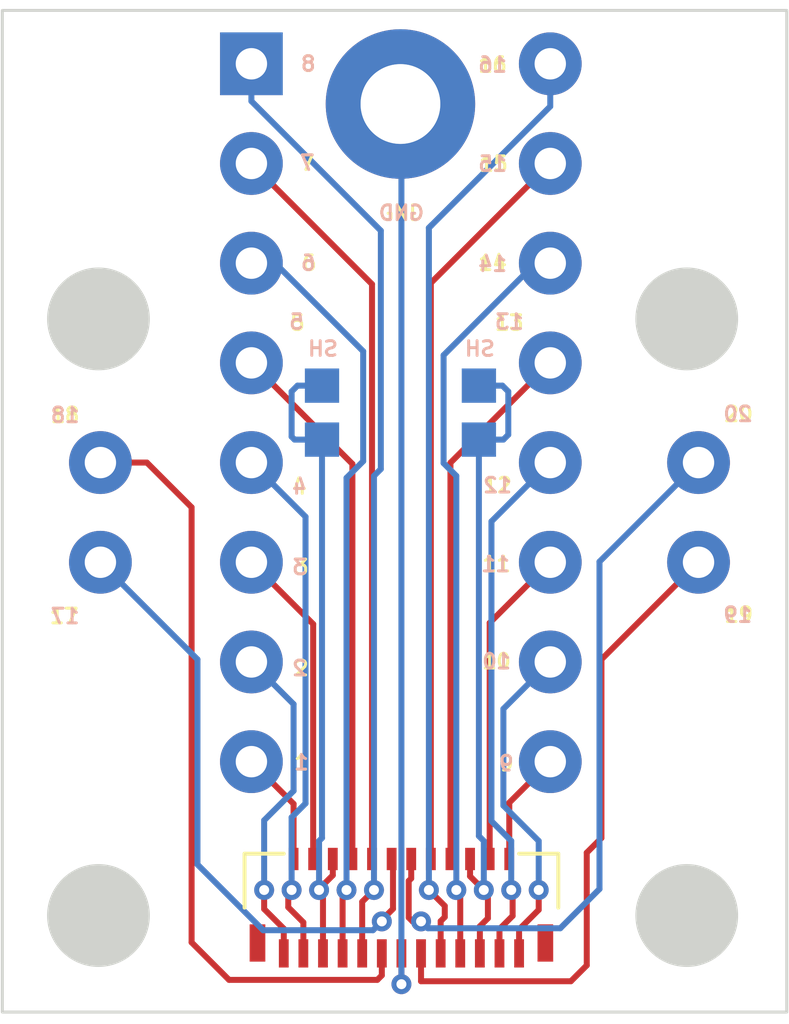
<source format=kicad_pcb>
(kicad_pcb (version 20211014) (generator pcbnew)
  (title_block (comment 1 "Board keepout approximately 18mil") (comment 2 "Board width approximately .4in") (comment 3 "Board length approximately 1.0047in"))
  (layers (0 "F.Cu" signal) (31 "B.Cu" signal) (34 "B.Paste" user) (35 "F.Paste" user) (36 "B.SilkS" user "B.Silkscreen") (37 "F.SilkS" user "F.Silkscreen") (38 "B.Mask" user) (39 "F.Mask" user) (44 "Edge.Cuts" user))
  (net 0 "")
  (net 1 "Net-(U1-Pad1)")
  (net 2 "Net-(U1-Pad2)")
  (net 3 "3")
  (net 4 "Net-(U1-Pad4)")
  (net 5 "5")
  (net 6 "Net-(U1-Pad6)")
  (net 7 "7")
  (net 8 "Net-(U1-Pad8)")
  (net 9 "Net-(U1-Pad9)")
  (net 10 "11")
  (net 11 "Net-(U1-Pad12)")
  (net 12 "13")
  (net 13 "Net-(U1-Pad14)")
  (net 14 "15")
  (net 15 "Net-(U1-Pad16)")
  (net 16 "Net-(U1-Pad17)")
  (net 17 "18")
  (net 18 "Net-(U1-Pad20)")
  (net 19 "21")
  (net 20 "23")
  (net 21 "GND")
  (net 22 "Net-(U1-Pad10)")
  (net 23 "19")
  (footprint "calorimeter_fp:custom DIP 20_version2" (layer "F.Cu") (at 147.8 108.2)
    (fp_text reference "U1" hide)
    (fp_text value "DIP20_custom")
    (fp_rect (start -10.25 -10.25969) (end 9.75 15.25969) (layer "Edge.Cuts") (width 0.0762) (fill none))
    (fp_circle (center -7.8 -2.4) (end -6.55 -2.4) (layer "Edge.Cuts") (width 0.12) (fill solid))
    (fp_circle (center 7.2 12.8) (end 8.45 12.8) (layer "Edge.Cuts") (width 0.12) (fill solid))
    (fp_circle (center -7.8 12.8) (end -6.55 12.8) (layer "Edge.Cuts") (width 0.12) (fill solid))
    (fp_circle (center 7.2 -2.4) (end 8.45 -2.4) (layer "Edge.Cuts") (width 0.12) (fill solid))
    (pad "1" thru_hole oval (at -3.9 8.88) (size 1.6 1.6) (drill 0.8) (layers *.Cu "F.Paste" "F.Mask") (net 1 "Net-(U1-Pad1)"))
    (pad "2" thru_hole oval (at -3.9 6.34) (size 1.6 1.6) (drill 0.8) (layers *.Cu "F.Paste" "F.Mask") (net 2 "Net-(U1-Pad2)"))
    (pad "3" thru_hole oval (at -3.9 3.8) (size 1.6 1.6) (drill 0.8) (layers *.Cu "F.Paste" "F.Mask") (net 3 "3"))
    (pad "4" thru_hole oval (at -3.9 1.26) (size 1.6 1.6) (drill 0.8) (layers *.Cu "F.Paste" "F.Mask") (net 4 "Net-(U1-Pad4)"))
    (pad "5" thru_hole oval (at -3.9 -1.28) (size 1.6 1.6) (drill 0.8) (layers *.Cu "F.Paste" "F.Mask") (net 5 "5"))
    (pad "6" thru_hole oval (at -3.9 -3.82) (size 1.6 1.6) (drill 0.8) (layers *.Cu "F.Paste" "F.Mask") (net 6 "Net-(U1-Pad6)"))
    (pad "7" thru_hole oval (at -3.9 -6.36) (size 1.6 1.6) (drill 0.8) (layers *.Cu "F.Paste" "F.Mask") (net 7 "7"))
    (pad "8" thru_hole rect (at -3.9 -8.9) (size 1.6 1.6) (drill 0.8) (layers *.Cu "F.Paste" "F.Mask") (net 8 "Net-(U1-Pad8)"))
    (pad "9" thru_hole oval (at 3.72 8.88) (size 1.6 1.6) (drill 0.8) (layers *.Cu "F.Paste" "F.Mask") (net 9 "Net-(U1-Pad9)"))
    (pad "10" thru_hole oval (at 3.72 6.34) (size 1.6 1.6) (drill 0.8) (layers *.Cu "F.Paste" "F.Mask") (net 22 "Net-(U1-Pad10)"))
    (pad "11" thru_hole oval (at 3.72 3.8) (size 1.6 1.6) (drill 0.8) (layers *.Cu "F.Paste" "F.Mask") (net 10 "11"))
    (pad "12" thru_hole oval (at 3.72 1.26) (size 1.6 1.6) (drill 0.8) (layers *.Cu "F.Paste" "F.Mask") (net 11 "Net-(U1-Pad12)"))
    (pad "13" thru_hole oval (at 3.72 -1.28) (size 1.6 1.6) (drill 0.8) (layers *.Cu "F.Paste" "F.Mask") (net 12 "13"))
    (pad "14" thru_hole oval (at 3.72 -3.82) (size 1.6 1.6) (drill 0.8) (layers *.Cu "F.Paste" "F.Mask") (net 13 "Net-(U1-Pad14)"))
    (pad "15" thru_hole oval (at 3.72 -6.36) (size 1.6 1.6) (drill 0.8) (layers *.Cu "F.Paste" "F.Mask") (net 14 "15"))
    (pad "16" thru_hole oval (at 3.72 -8.9) (size 1.6 1.6) (drill 0.8) (layers *.Cu "F.Paste" "F.Mask") (net 15 "Net-(U1-Pad16)"))
    (pad "17" thru_hole oval (at -7.75 3.8) (size 1.6 1.6) (drill 0.8) (layers *.Cu "F.Paste" "F.Mask") (net 16 "Net-(U1-Pad17)"))
    (pad "18" thru_hole oval (at -7.75 1.26) (size 1.6 1.6) (drill 0.8) (layers *.Cu "F.Paste" "F.Mask") (net 17 "18"))
    (pad "19" thru_hole oval (at 7.5 3.8) (size 1.6 1.6) (drill 0.8) (layers *.Cu "F.Paste" "F.Mask") (net 23 "19"))
    (pad "20" thru_hole oval (at 7.5 1.26) (size 1.6 1.6) (drill 0.8) (layers *.Cu "F.Paste" "F.Mask") (net 18 "Net-(U1-Pad20)"))
    (pad "21" smd rect (at -2.1 0.675) (size 0.87376 0.87376) (layers "B.Cu" "B.Paste" "B.Mask") (net 19 "21"))
    (pad "22" smd rect (at -2.1 -0.7) (size 0.87376 0.87376) (layers "B.Cu" "B.Paste" "B.Mask") (net 19 "21"))
    (pad "23" smd rect (at 1.9 0.675) (size 0.87376 0.87376) (layers "B.Cu" "B.Paste" "B.Mask") (net 20 "23"))
    (pad "24" smd rect (at 1.9 -0.7) (size 0.87376 0.87376) (layers "B.Cu" "B.Paste" "B.Mask") (net 20 "23"))
  )
  (footprint "calorimeter_fp:rb_rotator" (layer "F.Cu") (at 147.725 120.8)
    (fp_text reference "U2" hide)
    (fp_text value "rb_rotator" hide)
    (fp_line (start 4 -1.375) (end 3 -1.375) (layer "F.SilkS") (width 0.1))
    (fp_line (start -3 -1.375) (end -4 -1.375) (layer "F.SilkS") (width 0.1))
    (fp_line (start -4 -1.375) (end -4 0) (layer "F.SilkS") (width 0.1))
    (fp_line (start 4 0) (end 4 -1.375) (layer "F.SilkS") (width 0.1))
    (pad "1" smd rect (at -2.75 -1.24) (size 0.25 0.57) (layers "F.Cu" "F.Paste" "F.Mask") (net 1 "Net-(U1-Pad1)"))
    (pad "2" smd rect (at -3 1.165) (size 0.25 0.72) (layers "F.Cu" "F.Paste" "F.Mask") (net 2 "Net-(U1-Pad2)"))
    (pad "3" smd rect (at -2.25 -1.24) (size 0.25 0.57) (layers "F.Cu" "F.Paste" "F.Mask") (net 3 "3"))
    (pad "4" smd rect (at -2.5 1.165) (size 0.25 0.72) (layers "F.Cu" "F.Paste" "F.Mask") (net 4 "Net-(U1-Pad4)"))
    (pad "5" smd rect (at -1.25 -1.24) (size 0.25 0.57) (layers "F.Cu" "F.Paste" "F.Mask") (net 5 "5"))
    (pad "6" smd rect (at -1.5 1.165) (size 0.25 0.72) (layers "F.Cu" "F.Paste" "F.Mask") (net 6 "Net-(U1-Pad6)"))
    (pad "7" smd rect (at -0.75 -1.24) (size 0.25 0.57) (layers "F.Cu" "F.Paste" "F.Mask") (net 7 "7"))
    (pad "8" smd rect (at -1 1.165) (size 0.25 0.72) (layers "F.Cu" "F.Paste" "F.Mask") (net 8 "Net-(U1-Pad8)"))
    (pad "9" smd rect (at 2.75 -1.24) (size 0.25 0.57) (layers "F.Cu" "F.Paste" "F.Mask") (net 9 "Net-(U1-Pad9)"))
    (pad "10" smd rect (at 3 1.165) (size 0.25 0.72) (layers "F.Cu" "F.Paste" "F.Mask") (net 22 "Net-(U1-Pad10)"))
    (pad "11" smd rect (at 2.25 -1.24) (size 0.25 0.57) (layers "F.Cu" "F.Paste" "F.Mask") (net 10 "11"))
    (pad "12" smd rect (at 2.5 1.165) (size 0.25 0.72) (layers "F.Cu" "F.Paste" "F.Mask") (net 11 "Net-(U1-Pad12)"))
    (pad "13" smd rect (at 1.25 -1.24) (size 0.25 0.57) (layers "F.Cu" "F.Paste" "F.Mask") (net 12 "13"))
    (pad "14" smd rect (at 1.5 1.165) (size 0.25 0.72) (layers "F.Cu" "F.Paste" "F.Mask") (net 13 "Net-(U1-Pad14)"))
    (pad "15" smd rect (at 0.75 -1.24) (size 0.25 0.57) (layers "F.Cu" "F.Paste" "F.Mask") (net 14 "15"))
    (pad "16" smd rect (at 1 1.165) (size 0.25 0.72) (layers "F.Cu" "F.Paste" "F.Mask") (net 15 "Net-(U1-Pad16)"))
    (pad "17" smd rect (at -0.25 -1.24) (size 0.25 0.57) (layers "F.Cu" "F.Paste" "F.Mask") (net 16 "Net-(U1-Pad17)"))
    (pad "18" smd rect (at -0.5 1.165) (size 0.25 0.72) (layers "F.Cu" "F.Paste" "F.Mask") (net 17 "18"))
    (pad "19" smd rect (at 0.5 1.165) (size 0.25 0.72) (layers "F.Cu" "F.Paste" "F.Mask") (net 23 "19"))
    (pad "20" smd rect (at 0.25 -1.24) (size 0.25 0.57) (layers "F.Cu" "F.Paste" "F.Mask") (net 18 "Net-(U1-Pad20)"))
    (pad "21" smd rect (at -1.75 -1.24) (size 0.25 0.57) (layers "F.Cu" "F.Paste" "F.Mask") (net 19 "21"))
    (pad "22" smd rect (at -2 1.165) (size 0.25 0.72) (layers "F.Cu" "F.Paste" "F.Mask") (net 19 "21"))
    (pad "23" smd rect (at 1.75 -1.24) (size 0.25 0.57) (layers "F.Cu" "F.Paste" "F.Mask") (net 20 "23"))
    (pad "24" smd rect (at 2 1.165) (size 0.25 0.72) (layers "F.Cu" "F.Paste" "F.Mask") (net 20 "23"))
    (pad "25" smd rect (at 0 1.165) (size 0.25 0.72) (layers "F.Cu" "F.Paste" "F.Mask") (net 21 "GND"))
    (pad "MP1" smd rect (at 3.67 0.9) (size 0.4 0.95) (layers "F.Cu" "F.Paste" "F.Mask"))
    (pad "MP2" smd rect (at -3.67 0.9) (size 0.4 0.95) (layers "F.Cu" "F.Paste" "F.Mask"))
  )
  (footprint "" (layer "F.Cu") (at 147.7 100.325)
    (fp_text reference "" (at 0 0) (layer "F.SilkS") (effects (font (size 1.27 1.27))))
    (fp_text value "" (at 0 0) (layer "F.SilkS") (effects (font (size 1.27 1.27))))
    (pad "GND" thru_hole oval (at 0 0) (size 3.81 3.81) (drill 2.032) (layers *.Cu "F.Mask") (net 21 "GND"))
  )
  (gr_circle (center 147.7 100.325) (end 148.716 100.325) (layer "Edge.Cuts") (width 0) (fill solid))
  (gr_text "SH" (at 145.725 106.56) (layer "B.SilkS") (effects (font (size 0.375 0.375) (thickness 0.075)) (justify mirror)))
  (gr_text "1" (at 145.175 117.1) (layer "B.SilkS") (effects (font (size 0.375 0.375) (thickness 0.075)) (justify mirror)))
  (gr_text "16" (at 150.05 99.325) (layer "B.SilkS") (effects (font (size 0.375 0.375) (thickness 0.075)) (justify mirror)))
  (gr_text "15" (at 150.05 101.85) (layer "B.SilkS") (effects (font (size 0.375 0.375) (thickness 0.075)) (justify mirror)))
  (gr_text "11" (at 150.125 112.05) (layer "B.SilkS") (effects (font (size 0.375 0.375) (thickness 0.075)) (justify mirror)))
  (gr_text "7" (at 145.325 101.825) (layer "B.SilkS") (effects (font (size 0.375 0.375) (thickness 0.075)) (justify mirror)))
  (gr_text "20" (at 156.3 108.225) (layer "B.SilkS") (effects (font (size 0.375 0.375) (thickness 0.075)) (justify mirror)))
  (gr_text "6" (at 145.35 104.375) (layer "B.SilkS") (effects (font (size 0.375 0.375) (thickness 0.075)) (justify mirror)))
  (gr_text "9" (at 150.4 117.125) (layer "B.SilkS") (effects (font (size 0.375 0.375) (thickness 0.075)) (justify mirror)))
  (gr_text "19" (at 156.3 113.34) (layer "B.SilkS") (effects (font (size 0.375 0.375) (thickness 0.075)) (justify mirror)))
  (gr_text "13" (at 150.475 105.875) (layer "B.SilkS") (effects (font (size 0.375 0.375) (thickness 0.075)) (justify mirror)))
  (gr_text "14" (at 150.05 104.4) (layer "B.SilkS") (effects (font (size 0.375 0.375) (thickness 0.075)) (justify mirror)))
  (gr_text "SH" (at 149.725 106.56) (layer "B.SilkS") (effects (font (size 0.375 0.375) (thickness 0.075)) (justify mirror)))
  (gr_text "GND" (at 147.725 103.1) (layer "B.SilkS") (effects (font (size 0.375 0.375) (thickness 0.075)) (justify mirror)))
  (gr_text "2" (at 145.125 114.7) (layer "B.SilkS") (effects (font (size 0.375 0.375) (thickness 0.075)) (justify mirror)))
  (gr_text "10" (at 150.15 114.525) (layer "B.SilkS") (effects (font (size 0.375 0.375) (thickness 0.075)) (justify mirror)))
  (gr_text "18" (at 139.15 108.25) (layer "B.SilkS") (effects (font (size 0.375 0.375) (thickness 0.075)) (justify mirror)))
  (gr_text "8" (at 145.35 99.3) (layer "B.SilkS") (effects (font (size 0.375 0.375) (thickness 0.075)) (justify mirror)))
  (gr_text "17" (at 139.15 113.375) (layer "B.SilkS") (effects (font (size 0.375 0.375) (thickness 0.075)) (justify mirror)))
  (gr_text "4" (at 145.125 110.075) (layer "B.SilkS") (effects (font (size 0.375 0.375) (thickness 0.075)) (justify mirror)))
  (gr_text "5" (at 145.05 105.875) (layer "B.SilkS") (effects (font (size 0.375 0.375) (thickness 0.075)) (justify mirror)))
  (gr_text "3" (at 145.125 112.125) (layer "B.SilkS") (effects (font (size 0.375 0.375) (thickness 0.075)) (justify mirror)))
  (gr_text "12" (at 150.175 110.04) (layer "B.SilkS") (effects (font (size 0.375 0.375) (thickness 0.075)) (justify mirror)))
  (gr_text "11" (at 150.15 112.05) (layer "F.SilkS") (effects (font (size 0.375 0.375) (thickness 0.075))))
  (gr_text "17" (at 139.125 113.375) (layer "F.SilkS") (effects (font (size 0.375 0.375) (thickness 0.075))))
  (gr_text "12" (at 150.175 110.04) (layer "F.SilkS") (effects (font (size 0.375 0.375) (thickness 0.075))))
  (gr_text "8" (at 145.35 99.3) (layer "F.SilkS") (effects (font (size 0.375 0.375) (thickness 0.075))))
  (gr_text "20" (at 156.325 108.225) (layer "F.SilkS") (effects (font (size 0.375 0.375) (thickness 0.075))))
  (gr_text "18" (at 139.15 108.25) (layer "F.SilkS") (effects (font (size 0.375 0.375) (thickness 0.075))))
  (gr_text "GND" (at 147.725 103.1) (layer "F.SilkS") (effects (font (size 0.375 0.375) (thickness 0.075))))
  (gr_text "13" (at 150.475 105.9) (layer "F.SilkS") (effects (font (size 0.375 0.375) (thickness 0.075))))
  (gr_text "7" (at 145.325 101.825) (layer "F.SilkS") (effects (font (size 0.375 0.375) (thickness 0.075))))
  (gr_text "9" (at 150.4 117.125) (layer "F.SilkS") (effects (font (size 0.375 0.375) (thickness 0.075))))
  (gr_text "4" (at 145.125 110.075) (layer "F.SilkS") (effects (font (size 0.375 0.375) (thickness 0.075))))
  (gr_text "1" (at 145.175 117.1) (layer "F.SilkS") (effects (font (size 0.375 0.375) (thickness 0.075))))
  (gr_text "3" (at 145.175 112.125) (layer "F.SilkS") (effects (font (size 0.375 0.375) (thickness 0.075))))
  (gr_text "10" (at 150.15 114.525) (layer "F.SilkS") (effects (font (size 0.375 0.375) (thickness 0.075))))
  (gr_text "15" (at 150.075 101.85) (layer "F.SilkS") (effects (font (size 0.375 0.375) (thickness 0.075))))
  (gr_text "14" (at 150.05 104.375) (layer "F.SilkS") (effects (font (size 0.375 0.375) (thickness 0.075))))
  (gr_text "2" (at 145.175 114.7) (layer "F.SilkS") (effects (font (size 0.375 0.375) (thickness 0.075))))
  (gr_text "6" (at 145.375 104.375) (layer "F.SilkS") (effects (font (size 0.375 0.375) (thickness 0.075))))
  (gr_text "19" (at 156.325 113.34) (layer "F.SilkS") (effects (font (size 0.375 0.375) (thickness 0.075))))
  (gr_text "5" (at 145.075 105.9) (layer "F.SilkS") (effects (font (size 0.375 0.375) (thickness 0.075))))
  (gr_text "16" (at 150.05 99.325) (layer "F.SilkS") (effects (font (size 0.375 0.375) (thickness 0.075))))
  (segment (start 144.975 118.155) (end 144.975 119.56) (width 0.1524) (layer "F.Cu") (net 1))
  (segment (start 144.975 118.155) (end 143.9 117.08) (width 0.1524) (layer "F.Cu") (net 1))
  (segment (start 144.725 121.965) (end 144.725 121.335) (width 0.1524) (layer "F.Cu") (net 2))
  (segment (start 144.725 121.335) (end 144.225 120.835) (width 0.1524) (layer "F.Cu") (net 2))
  (segment (start 144.225 120.835) (end 144.225 120.35) (width 0.1524) (layer "F.Cu") (net 2))
  (via (at 144.225 120.35) (size 0.508) (drill 0.254) (layers "F.Cu" "B.Cu") (net 2))
  (segment (start 144.225 118.575) (end 144.975 117.825) (width 0.1524) (layer "B.Cu") (net 2))
  (segment (start 144.225 120.35) (end 144.225 118.575) (width 0.1524) (layer "B.Cu") (net 2))
  (segment (start 144.975 115.615) (end 143.9 114.54) (width 0.1524) (layer "B.Cu") (net 2))
  (segment (start 144.975 117.825) (end 144.975 115.615) (width 0.1524) (layer "B.Cu") (net 2))
  (segment (start 145.475 113.575) (end 143.9 112) (width 0.1524) (layer "F.Cu") (net 3))
  (segment (start 145.475 119.56) (end 145.475 113.575) (width 0.1524) (layer "F.Cu") (net 3))
  (segment (start 144.84 120.79) (end 144.84 120.435) (width 0.1524) (layer "F.Cu") (net 4))
  (segment (start 144.84 120.435) (end 144.925 120.35) (width 0.1524) (layer "F.Cu") (net 4))
  (segment (start 145.225 121.965) (end 145.225 121.175) (width 0.1524) (layer "F.Cu") (net 4))
  (segment (start 145.225 121.175) (end 144.84 120.79) (width 0.1524) (layer "F.Cu") (net 4))
  (via (at 144.925 120.35) (size 0.508) (drill 0.254) (layers "F.Cu" "B.Cu") (net 4))
  (segment (start 145.2798 118.1452) (end 145.2798 110.8398) (width 0.1524) (layer "B.Cu") (net 4))
  (segment (start 145.2798 110.8398) (end 143.9 109.46) (width 0.1524) (layer "B.Cu") (net 4))
  (segment (start 144.925 118.5) (end 145.2798 118.1452) (width 0.1524) (layer "B.Cu") (net 4))
  (segment (start 144.925 120.35) (end 144.925 118.5) (width 0.1524) (layer "B.Cu") (net 4))
  (segment (start 146.475 119.735) (end 146.475 109.495) (width 0.1524) (layer "F.Cu") (net 5))
  (segment (start 146.475 109.495) (end 143.9 106.92) (width 0.1524) (layer "F.Cu") (net 5))
  (segment (start 146.225 120.45) (end 146.325 120.35) (width 0.1524) (layer "F.Cu") (net 6))
  (segment (start 146.225 121.965) (end 146.225 120.45) (width 0.1524) (layer "F.Cu") (net 6))
  (via (at 146.325 120.35) (size 0.508) (drill 0.254) (layers "F.Cu" "B.Cu") (net 6))
  (segment (start 146.325 120.35) (end 146.325 109.85) (width 0.1524) (layer "B.Cu") (net 6))
  (segment (start 146.75 109.425) (end 146.75 106.625) (width 0.1524) (layer "B.Cu") (net 6))
  (segment (start 144.505 104.38) (end 143.9 104.38) (width 0.1524) (layer "B.Cu") (net 6))
  (segment (start 146.75 106.625) (end 144.505 104.38) (width 0.1524) (layer "B.Cu") (net 6))
  (segment (start 146.325 109.85) (end 146.75 109.425) (width 0.1524) (layer "B.Cu") (net 6))
  (segment (start 146.975 104.915) (end 143.9 101.84) (width 0.1524) (layer "F.Cu") (net 7))
  (segment (start 146.975 119.735) (end 146.975 104.915) (width 0.1524) (layer "F.Cu") (net 7))
  (segment (start 146.725 120.65) (end 147.025 120.35) (width 0.1524) (layer "F.Cu") (net 8))
  (segment (start 146.725 122.14) (end 146.725 120.65) (width 0.1524) (layer "F.Cu") (net 8))
  (via (at 147.025 120.35) (size 0.508) (drill 0.254) (layers "F.Cu" "B.Cu") (net 8))
  (segment (start 147.2 109.625) (end 147.2 103.5524) (width 0.1524) (layer "B.Cu") (net 8))
  (segment (start 147.2 103.5524) (end 143.9 100.2524) (width 0.1524) (layer "B.Cu") (net 8))
  (segment (start 143.9 100.2524) (end 143.9 99.3) (width 0.1524) (layer "B.Cu") (net 8))
  (segment (start 147.025 120.525) (end 147.025 109.8) (width 0.1524) (layer "B.Cu") (net 8))
  (segment (start 147.025 109.8) (end 147.2 109.625) (width 0.1524) (layer "B.Cu") (net 8))
  (segment (start 150.475 119.735) (end 150.475 118.125) (width 0.1524) (layer "F.Cu") (net 9))
  (segment (start 150.475 118.125) (end 151.52 117.08) (width 0.1524) (layer "F.Cu") (net 9))
  (segment (start 149.975 119.735) (end 149.975 113.545) (width 0.1524) (layer "F.Cu") (net 10))
  (segment (start 149.975 113.545) (end 151.52 112) (width 0.1524) (layer "F.Cu") (net 10))
  (segment (start 150.56 121.01) (end 150.56 120.385) (width 0.1524) (layer "F.Cu") (net 11))
  (segment (start 150.225 121.965) (end 150.225 121.345) (width 0.1524) (layer "F.Cu") (net 11))
  (segment (start 150.56 120.385) (end 150.525 120.35) (width 0.1524) (layer "F.Cu") (net 11))
  (segment (start 150.225 121.345) (end 150.56 121.01) (width 0.1524) (layer "F.Cu") (net 11))
  (via (at 150.525 120.35) (size 0.508) (drill 0.254) (layers "F.Cu" "B.Cu") (net 11))
  (segment (start 150.525 119.1) (end 150.0202 118.5952) (width 0.1524) (layer "B.Cu") (net 11))
  (segment (start 150.0202 118.5952) (end 150.0202 110.9598) (width 0.1524) (layer "B.Cu") (net 11))
  (segment (start 150.0202 110.9598) (end 151.52 109.46) (width 0.1524) (layer "B.Cu") (net 11))
  (segment (start 150.525 119.1) (end 150.525 120.35) (width 0.1524) (layer "B.Cu") (net 11))
  (segment (start 148.975 109.465) (end 151.52 106.92) (width 0.1524) (layer "F.Cu") (net 12))
  (segment (start 148.975 119.56) (end 148.975 109.465) (width 0.1524) (layer "F.Cu") (net 12))
  (segment (start 149.225 121.965) (end 149.225 120.45) (width 0.1524) (layer "F.Cu") (net 13))
  (segment (start 149.225 120.45) (end 149.125 120.35) (width 0.1524) (layer "F.Cu") (net 13))
  (via (at 149.125 120.35) (size 0.508) (drill 0.254) (layers "F.Cu" "B.Cu") (net 13))
  (segment (start 149.125 109.8) (end 148.8 109.475) (width 0.1524) (layer "B.Cu") (net 13))
  (segment (start 149.125 120.35) (end 149.125 109.8) (width 0.1524) (layer "B.Cu") (net 13))
  (segment (start 148.8 109.475) (end 148.8 106.725) (width 0.1524) (layer "B.Cu") (net 13))
  (segment (start 151.145 104.38) (end 151.52 104.38) (width 0.1524) (layer "B.Cu") (net 13))
  (segment (start 148.8 106.725) (end 151.145 104.38) (width 0.1524) (layer "B.Cu") (net 13))
  (segment (start 148.475 104.885) (end 151.52 101.84) (width 0.1524) (layer "F.Cu") (net 14))
  (segment (start 148.475 119.56) (end 148.475 104.885) (width 0.1524) (layer "F.Cu") (net 14))
  (segment (start 148.83 121.04) (end 148.83 120.755) (width 0.1524) (layer "F.Cu") (net 15))
  (segment (start 148.725 121.145) (end 148.83 121.04) (width 0.1524) (layer "F.Cu") (net 15))
  (segment (start 148.725 121.965) (end 148.725 121.145) (width 0.1524) (layer "F.Cu") (net 15))
  (segment (start 148.83 120.755) (end 148.425 120.35) (width 0.1524) (layer "F.Cu") (net 15))
  (via (at 148.425 120.35) (size 0.508) (drill 0.254) (layers "F.Cu" "B.Cu") (net 15))
  (segment (start 151.52 100.385339) (end 151.52 99.3) (width 0.1524) (layer "B.Cu") (net 15))
  (segment (start 148.425 103.48034) (end 148.49267 103.41267) (width 0.1524) (layer "B.Cu") (net 15))
  (segment (start 148.425 120.35) (end 148.425 103.48034) (width 0.1524) (layer "B.Cu") (net 15))
  (segment (start 148.49267 103.41267) (end 151.52 100.385339) (width 0.1524) (layer "B.Cu") (net 15))
  (segment (start 148.425 103.480339) (end 148.49267 103.41267) (width 0.1524) (layer "B.Cu") (net 15))
  (segment (start 147.225 121.115) (end 147.51 120.83) (width 0.1524) (layer "F.Cu") (net 16))
  (segment (start 147.51 120.83) (end 147.51 119.595) (width 0.1524) (layer "F.Cu") (net 16))
  (segment (start 147.51 119.595) (end 147.475 119.56) (width 0.1524) (layer "F.Cu") (net 16))
  (segment (start 147.225 121.15) (end 147.225 121.115) (width 0.1524) (layer "F.Cu") (net 16))
  (via (at 147.225 121.15) (size 0.508) (drill 0.254) (layers "F.Cu" "B.Cu") (net 16))
  (segment (start 147 121.375) (end 144.2 121.375) (width 0.1524) (layer "B.Cu") (net 16))
  (segment (start 144.2 121.375) (end 142.525 119.7) (width 0.1524) (layer "B.Cu") (net 16))
  (segment (start 142.525 119.7) (end 142.525 114.475) (width 0.1524) (layer "B.Cu") (net 16))
  (segment (start 147.225 121.15) (end 147 121.375) (width 0.1524) (layer "B.Cu") (net 16))
  (segment (start 142.525 114.475) (end 140.05 112) (width 0.1524) (layer "B.Cu") (net 16))
  (segment (start 142.375 121.685) (end 142.375 110.6) (width 0.1524) (layer "F.Cu") (net 17))
  (segment (start 147.225 122.525) (end 147.11 122.64) (width 0.1524) (layer "F.Cu") (net 17))
  (segment (start 143.33 122.64) (end 142.375 121.685) (width 0.1524) (layer "F.Cu") (net 17))
  (segment (start 141.235 109.46) (end 140.05 109.46) (width 0.1524) (layer "F.Cu") (net 17))
  (segment (start 142.375 110.6) (end 141.235 109.46) (width 0.1524) (layer "F.Cu") (net 17))
  (segment (start 147.225 121.965) (end 147.225 122.525) (width 0.1524) (layer "F.Cu") (net 17))
  (segment (start 147.11 122.64) (end 143.33 122.64) (width 0.1524) (layer "F.Cu") (net 17))
  (segment (start 148.225 121.15) (end 148.008548 121.15) (width 0.1524) (layer "F.Cu") (net 18))
  (segment (start 147.91 120.12) (end 147.975 120.055) (width 0.1524) (layer "F.Cu") (net 18))
  (segment (start 148.008548 121.15) (end 147.91 121.051452) (width 0.1524) (layer "F.Cu") (net 18))
  (segment (start 147.91 121.051452) (end 147.91 120.12) (width 0.1524) (layer "F.Cu") (net 18))
  (segment (start 147.975 120.055) (end 147.975 119.56) (width 0.1524) (layer "F.Cu") (net 18))
  (via (at 148.225 121.15) (size 0.508) (drill 0.254) (layers "F.Cu" "B.Cu") (net 18))
  (segment (start 151.775 121.325) (end 152.775 120.325) (width 0.1524) (layer "B.Cu") (net 18))
  (segment (start 152.775 120.325) (end 152.775 111.985) (width 0.1524) (layer "B.Cu") (net 18))
  (segment (start 148.225 121.15) (end 148.4 121.325) (width 0.1524) (layer "B.Cu") (net 18))
  (segment (start 152.775 111.985) (end 155.3 109.46) (width 0.1524) (layer "B.Cu") (net 18))
  (segment (start 148.4 121.325) (end 151.775 121.325) (width 0.1524) (layer "B.Cu") (net 18))
  (segment (start 145.625 120.325) (end 145.975 119.975) (width 0.1524) (layer "F.Cu") (net 19))
  (segment (start 145.725 120.45) (end 145.625 120.35) (width 0.1524) (layer "F.Cu") (net 19))
  (segment (start 145.725 121.965) (end 145.725 120.45) (width 0.1524) (layer "F.Cu") (net 19))
  (segment (start 145.975 119.975) (end 145.975 119.56) (width 0.1524) (layer "F.Cu") (net 19))
  (segment (start 145.625 120.35) (end 145.625 120.325) (width 0.1524) (layer "F.Cu") (net 19))
  (via (at 145.625 120.35) (size 0.508) (drill 0.254) (layers "F.Cu" "B.Cu") (net 19))
  (segment (start 145.075 107.5) (end 145.7 107.5) (width 0.1524) (layer "B.Cu") (net 19))
  (segment (start 144.925 107.65) (end 145.075 107.5) (width 0.1524) (layer "B.Cu") (net 19))
  (segment (start 145 108.875) (end 144.925 108.8) (width 0.1524) (layer "B.Cu") (net 19))
  (segment (start 145.7 108.875) (end 145 108.875) (width 0.1524) (layer "B.Cu") (net 19))
  (segment (start 144.925 108.8) (end 144.925 107.65) (width 0.1524) (layer "B.Cu") (net 19))
  (segment (start 145.625 119.1) (end 145.7 119.025) (width 0.1524) (layer "B.Cu") (net 19))
  (segment (start 145.7 119.025) (end 145.7 108.875) (width 0.1524) (layer "B.Cu") (net 19))
  (segment (start 145.625 119.1) (end 145.625 120.35) (width 0.1524) (layer "B.Cu") (net 19))
  (segment (start 149.475 120) (end 149.825 120.35) (width 0.1524) (layer "F.Cu") (net 20))
  (segment (start 149.725 121.965) (end 149.725 121.275) (width 0.1524) (layer "F.Cu") (net 20))
  (segment (start 149.93 120.455) (end 149.825 120.35) (width 0.1524) (layer "F.Cu") (net 20))
  (segment (start 149.93 121.07) (end 149.93 120.455) (width 0.1524) (layer "F.Cu") (net 20))
  (segment (start 149.475 119.56) (end 149.475 120) (width 0.1524) (layer "F.Cu") (net 20))
  (segment (start 149.725 121.275) (end 149.93 121.07) (width 0.1524) (layer "F.Cu") (net 20))
  (via (at 149.825 120.35) (size 0.508) (drill 0.254) (layers "F.Cu" "B.Cu") (net 20))
  (segment (start 149.825 120.35) (end 149.825 119.1) (width 0.1524) (layer "B.Cu") (net 20))
  (segment (start 150.45 108.75) (end 150.45 107.65) (width 0.1524) (layer "B.Cu") (net 20))
  (segment (start 150.325 108.875) (end 150.45 108.75) (width 0.1524) (layer "B.Cu") (net 20))
  (segment (start 150.3 107.5) (end 149.7 107.5) (width 0.1524) (layer "B.Cu") (net 20))
  (segment (start 149.7 118.975) (end 149.825 119.1) (width 0.1524) (layer "B.Cu") (net 20))
  (segment (start 150.45 107.65) (end 150.3 107.5) (width 0.1524) (layer "B.Cu") (net 20))
  (segment (start 149.7 108.875) (end 150.325 108.875) (width 0.1524) (layer "B.Cu") (net 20))
  (segment (start 149.7 118.975) (end 149.7 108.875) (width 0.1524) (layer "B.Cu") (net 20))
  (segment (start 147.725 121.965) (end 147.725 122.75) (width 0.1524) (layer "F.Cu") (net 21))
  (via (at 147.725 122.75) (size 0.508) (drill 0.254) (layers "F.Cu" "B.Cu") (net 21))
  (segment (start 147.725 122.75) (end 147.725 100.35) (width 0.1524) (layer "B.Cu") (net 21))
  (segment (start 147.725 100.35) (end 147.7 100.325) (width 0.1524) (layer "B.Cu") (net 21))
  (segment (start 150.725 121.355) (end 151.225 120.855) (width 0.1524) (layer "F.Cu") (net 22))
  (segment (start 150.725 121.965) (end 150.725 121.355) (width 0.1524) (layer "F.Cu") (net 22))
  (segment (start 151.225 120.855) (end 151.225 120.35) (width 0.1524) (layer "F.Cu") (net 22))
  (via (at 151.225 120.35) (size 0.508) (drill 0.254) (layers "F.Cu" "B.Cu") (net 22))
  (segment (start 150.325 115.735) (end 151.52 114.54) (width 0.1524) (layer "B.Cu") (net 22))
  (segment (start 151.225 119.1) (end 151.225 120.35) (width 0.1524) (layer "B.Cu") (net 22))
  (segment (start 151.225 119.1) (end 150.325 118.2) (width 0.1524) (layer "B.Cu") (net 22))
  (segment (start 150.325 118.2) (end 150.325 115.735) (width 0.1524) (layer "B.Cu") (net 22))
  (segment (start 152.825 114.475) (end 155.3 112) (width 0.1524) (layer "F.Cu") (net 23))
  (segment (start 148.225 122.675) (end 152.045 122.675) (width 0.1524) (layer "F.Cu") (net 23))
  (segment (start 152.45 119.4) (end 152.825 119.025) (width 0.1524) (layer "F.Cu") (net 23))
  (segment (start 152.045 122.675) (end 152.45 122.27) (width 0.1524) (layer "F.Cu") (net 23))
  (segment (start 152.825 119.025) (end 152.825 114.475) (width 0.1524) (layer "F.Cu") (net 23))
  (segment (start 152.45 122.27) (end 152.45 119.4) (width 0.1524) (layer "F.Cu") (net 23))
  (segment (start 148.225 122.14) (end 148.225 122.675) (width 0.1524) (layer "F.Cu") (net 23))
)
</source>
